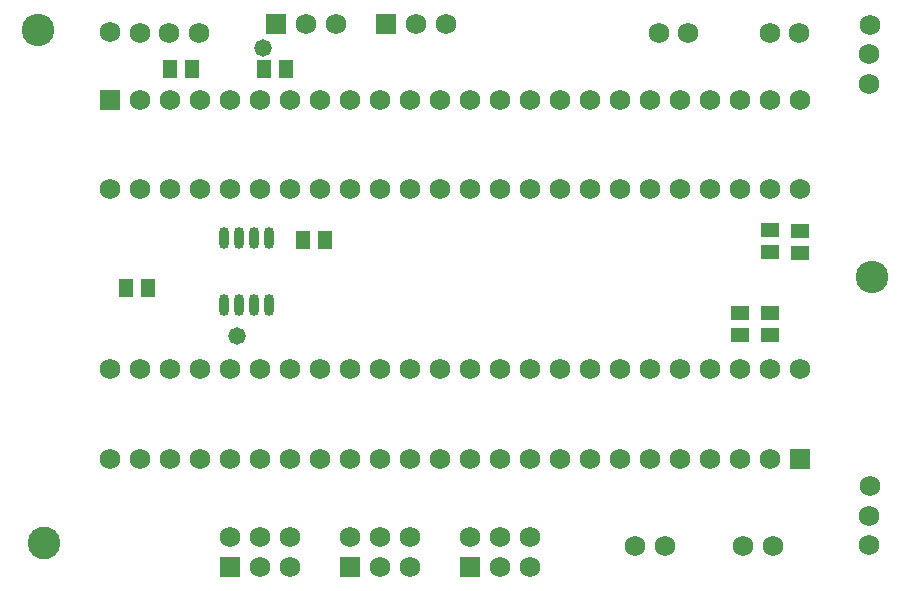
<source format=gbr>
%TF.GenerationSoftware,Altium Limited,Altium Designer,19.1.8 (144)*%
G04 Layer_Color=16711935*
%FSLAX26Y26*%
%MOIN*%
%TF.FileFunction,Soldermask,Bot*%
%TF.Part,Single*%
G01*
G75*
%TA.AperFunction,SMDPad,CuDef*%
%ADD27R,0.049339X0.059181*%
%ADD28R,0.063118X0.049339*%
%ADD29R,0.049339X0.063118*%
%ADD30O,0.033591X0.072961*%
%TA.AperFunction,ComponentPad*%
%ADD31C,0.068000*%
%ADD32R,0.068000X0.068000*%
%TA.AperFunction,ViaPad*%
%ADD33C,0.108000*%
%ADD34O,0.108000X0.108480*%
%ADD35C,0.058000*%
D27*
X632835Y1800000D02*
D03*
X560000D02*
D03*
X873583D02*
D03*
X946417D02*
D03*
X1003583Y1230000D02*
D03*
X1076417D02*
D03*
D28*
X2560000Y1261417D02*
D03*
Y1188583D02*
D03*
X2460000Y986417D02*
D03*
Y913583D02*
D03*
X2560000Y912165D02*
D03*
Y985000D02*
D03*
X2660000Y1187165D02*
D03*
Y1260000D02*
D03*
D29*
X486417Y1070000D02*
D03*
X413583D02*
D03*
D30*
X740000Y1236220D02*
D03*
X790000D02*
D03*
X840000D02*
D03*
X790000Y1013779D02*
D03*
X840000D02*
D03*
X740000D02*
D03*
X890000Y1236220D02*
D03*
Y1013779D02*
D03*
D31*
X2890000Y211575D02*
D03*
Y310000D02*
D03*
X2893937Y408425D02*
D03*
Y1946850D02*
D03*
X2890000Y1848425D02*
D03*
Y1750000D02*
D03*
X2658425Y1920000D02*
D03*
X2560000D02*
D03*
X2111575Y210000D02*
D03*
X2210000D02*
D03*
X560000Y800000D02*
D03*
X760000D02*
D03*
X660000D02*
D03*
X460000D02*
D03*
X360000D02*
D03*
X1060000D02*
D03*
X960000D02*
D03*
X860000D02*
D03*
X1260000D02*
D03*
X1160000D02*
D03*
X460000Y1400000D02*
D03*
X360000D02*
D03*
X660000D02*
D03*
X560000D02*
D03*
X860000D02*
D03*
X760000D02*
D03*
X1060000D02*
D03*
X960000D02*
D03*
X1260000D02*
D03*
X1160000D02*
D03*
X1760000Y800000D02*
D03*
X1960000D02*
D03*
X1860000D02*
D03*
X1460000D02*
D03*
X1360000D02*
D03*
X1660000D02*
D03*
X1560000D02*
D03*
X2160000D02*
D03*
X2060000D02*
D03*
X2360000D02*
D03*
X2260000D02*
D03*
X2660000D02*
D03*
X2460000D02*
D03*
X1760000Y1400000D02*
D03*
X1960000D02*
D03*
X1860000D02*
D03*
X1460000D02*
D03*
X1360000D02*
D03*
X1660000D02*
D03*
X1560000D02*
D03*
X2160000D02*
D03*
X2060000D02*
D03*
X2560000Y800000D02*
D03*
X2260000Y1400000D02*
D03*
X2460000D02*
D03*
X2360000D02*
D03*
X2660000D02*
D03*
X2560000D02*
D03*
X2190000Y1920000D02*
D03*
X2288425D02*
D03*
X656850D02*
D03*
X558425D02*
D03*
X460000D02*
D03*
X361575Y1923937D02*
D03*
X2570000Y210000D02*
D03*
X2471575D02*
D03*
X2560000Y1695000D02*
D03*
X2460000D02*
D03*
X2360000D02*
D03*
X2260000D02*
D03*
X1860000D02*
D03*
X1960000D02*
D03*
X2060000D02*
D03*
X2160000D02*
D03*
X1460000D02*
D03*
X1560000D02*
D03*
X1660000D02*
D03*
X1760000D02*
D03*
X1060000D02*
D03*
X1160000D02*
D03*
X1260000D02*
D03*
X1360000D02*
D03*
X660000D02*
D03*
X560000D02*
D03*
X460000D02*
D03*
X960000D02*
D03*
X860000D02*
D03*
X760000D02*
D03*
X2660000D02*
D03*
X1380000Y1950000D02*
D03*
X1480000D02*
D03*
X1015000D02*
D03*
X1115000D02*
D03*
X460000Y500000D02*
D03*
X560000D02*
D03*
X660000D02*
D03*
X760000D02*
D03*
X1160000D02*
D03*
X1060000D02*
D03*
X960000D02*
D03*
X860000D02*
D03*
X1560000D02*
D03*
X1460000D02*
D03*
X1360000D02*
D03*
X1260000D02*
D03*
X1960000D02*
D03*
X1860000D02*
D03*
X1760000D02*
D03*
X1660000D02*
D03*
X2360000D02*
D03*
X2460000D02*
D03*
X2560000D02*
D03*
X2060000D02*
D03*
X2160000D02*
D03*
X2260000D02*
D03*
X360000D02*
D03*
X1660000Y140000D02*
D03*
X1760000D02*
D03*
X1560000Y240000D02*
D03*
X1660000D02*
D03*
X1760000D02*
D03*
X860000Y140000D02*
D03*
X960000D02*
D03*
X760000Y240000D02*
D03*
X860000D02*
D03*
X960000D02*
D03*
X1260000Y140000D02*
D03*
X1360000D02*
D03*
X1160000Y240000D02*
D03*
X1260000D02*
D03*
X1360000D02*
D03*
D32*
X360000Y1695000D02*
D03*
X1280000Y1950000D02*
D03*
X915000D02*
D03*
X2660000Y500000D02*
D03*
X1560000Y140000D02*
D03*
X760000D02*
D03*
X1160000D02*
D03*
D33*
X120000Y1930000D02*
D03*
X2900000Y1105000D02*
D03*
D34*
X140000Y220000D02*
D03*
D35*
X870000Y1870000D02*
D03*
X785000Y910000D02*
D03*
%TF.MD5,66ba1ee6068cfd451333a705679cfb90*%
M02*

</source>
